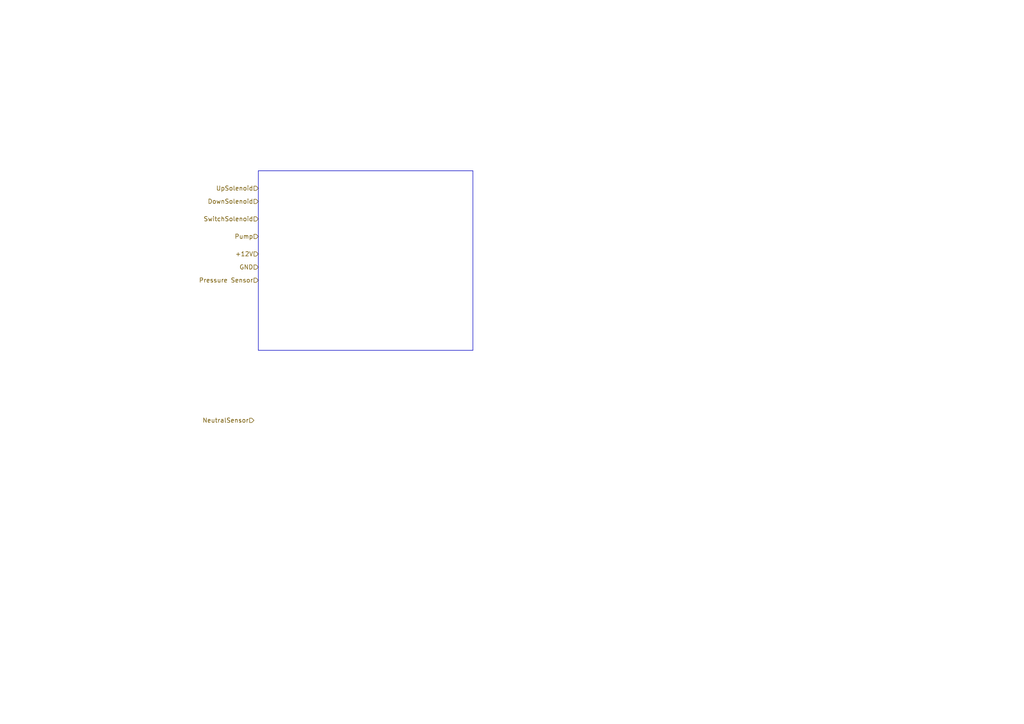
<source format=kicad_sch>
(kicad_sch (version 20230121) (generator eeschema)
  (paper "A4")
  (lib_symbols)
  (polyline (pts (xy 77.47 49.53) (xy 74.93 49.53)))
  (polyline (pts (xy 137.16 101.6) (xy 137.16 49.53)))
  (polyline (pts (xy 74.93 49.53) (xy 74.93 101.6)))
  (polyline (pts (xy 77.47 49.53) (xy 137.16 49.53)))
  (polyline (pts (xy 74.93 101.6) (xy 137.16 101.6)))
  (hierarchical_label "SwitchSolenoid" (shape input) (at 74.93 63.5 180))
  (hierarchical_label "UpSolenoid" (shape input) (at 74.93 54.61 180))
  (hierarchical_label "DownSolenoid" (shape input) (at 74.93 58.42 180))
  (hierarchical_label "Pump" (shape input) (at 74.93 68.58 180))
  (hierarchical_label "+12V" (shape input) (at 74.93 73.66 180))
  (hierarchical_label "Pressure Sensor" (shape input) (at 74.93 81.28 180))
  (hierarchical_label "GND" (shape input) (at 74.93 77.47 180))
  (hierarchical_label "NeutralSensor" (shape input) (at 73.66 121.92 180))
)
</source>
